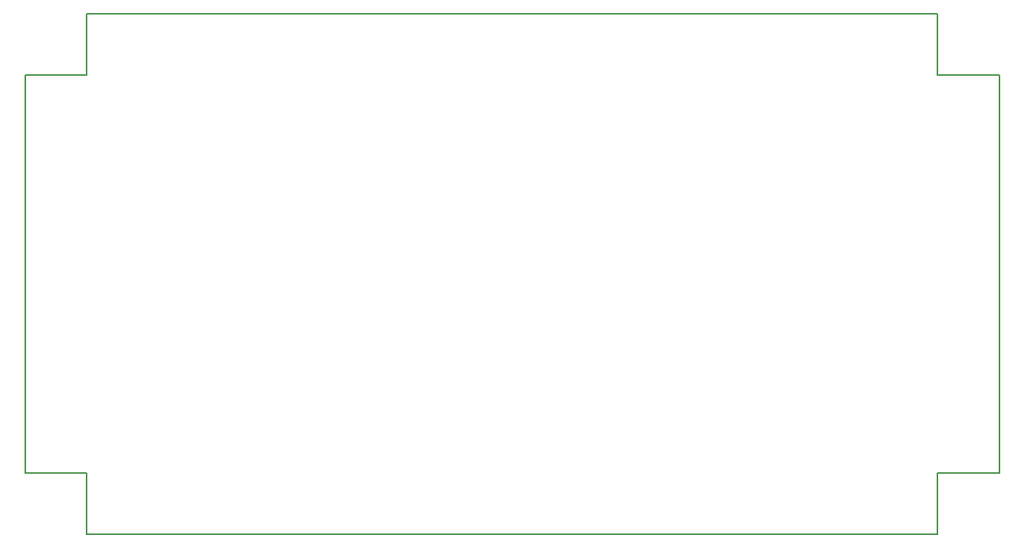
<source format=gbr>
G04 #@! TF.FileFunction,Profile,NP*
%FSLAX46Y46*%
G04 Gerber Fmt 4.6, Leading zero omitted, Abs format (unit mm)*
G04 Created by KiCad (PCBNEW 4.0.5) date 04/03/17 19:29:13*
%MOMM*%
%LPD*%
G01*
G04 APERTURE LIST*
%ADD10C,0.100000*%
%ADD11C,0.150000*%
G04 APERTURE END LIST*
D10*
D11*
X191100000Y-76900000D02*
X191100000Y-77000000D01*
X97100000Y-76900000D02*
X191100000Y-76900000D01*
X90300000Y-127700000D02*
X90300000Y-83700000D01*
X97100000Y-134500000D02*
X97100000Y-134400000D01*
X191100000Y-134500000D02*
X97100000Y-134500000D01*
X197900000Y-83700000D02*
X197900000Y-127700000D01*
X191100000Y-127700000D02*
X191100000Y-134500000D01*
X191100000Y-127700000D02*
X197900000Y-127700000D01*
X191100000Y-83700000D02*
X191100000Y-76900000D01*
X191100000Y-83700000D02*
X197900000Y-83700000D01*
X97100000Y-83700000D02*
X90300000Y-83700000D01*
X97100000Y-83700000D02*
X97100000Y-76900000D01*
X97100000Y-127700000D02*
X90300000Y-127700000D01*
X97100000Y-127700000D02*
X97100000Y-134500000D01*
M02*

</source>
